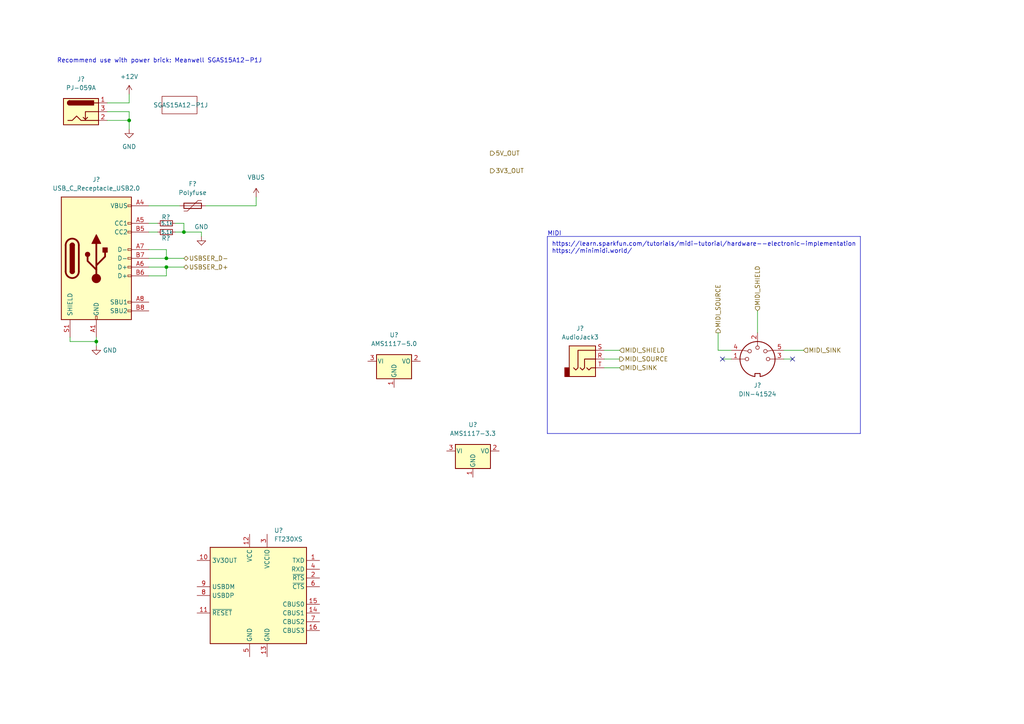
<source format=kicad_sch>
(kicad_sch (version 20211123) (generator eeschema)
  (paper "A4")
  (lib_symbols
    (symbol "Connector:AudioJack3"
      (property "Reference" "J" (at 0 8.89 0))
      (property "Value" "AudioJack3" (at 0 6.35 0))
      (symbol "AudioJack3_0_1"
        (rectangle (start -5.08 -5.08) (end -6.35 -2.54) (stroke (width 0.254)) (fill (type outline)))
        (polyline (pts (xy 0 -2.54) (xy 0.635 -3.175) (xy 1.27 -2.54) (xy 2.54 -2.54)) (stroke (width 0.254)))
        (polyline (pts (xy -1.905 -2.54) (xy -1.27 -3.175) (xy -0.635 -2.54) (xy -0.635 0) (xy 2.54 0)) (stroke (width 0.254)))
        (polyline (pts (xy 2.54 2.54) (xy -2.54 2.54) (xy -2.54 -2.54) (xy -3.175 -3.175) (xy -3.81 -2.54)) (stroke (width 0.254)))
        (rectangle (start 2.54 3.81) (end -5.08 -5.08) (stroke (width 0.254)) (fill (type background)))
      )
      (symbol "AudioJack3_1_1"
        (pin passive line (at 5.08 0 180) (length 2.54) (name "~") (number "R"))
        (pin passive line (at 5.08 2.54 180) (length 2.54) (name "~") (number "S"))
        (pin passive line (at 5.08 -2.54 180) (length 2.54) (name "~") (number "T"))
      )
    )
    (symbol "Connector:Barrel_Jack_Switch" (pin_names hide)
      (property "Reference" "J" (at 0 5.334 0))
      (property "Value" "Barrel_Jack_Switch" (at 0 -5.08 0))
      (symbol "Barrel_Jack_Switch_0_1"
        (rectangle (start -5.08 3.81) (end 5.08 -3.81) (stroke (width 0.254)) (fill (type background)))
        (arc (start -3.302 3.175) (mid -3.937 2.54) (end -3.302 1.905) (stroke (width 0.254)))
        (arc (start -3.302 3.175) (mid -3.937 2.54) (end -3.302 1.905) (stroke (width 0.254)) (fill (type outline)))
        (polyline (pts (xy 1.27 -2.286) (xy 1.905 -1.651)) (stroke (width 0.254)))
        (polyline (pts (xy 5.08 2.54) (xy 3.81 2.54)) (stroke (width 0.254)))
        (polyline (pts (xy 5.08 0) (xy 1.27 0) (xy 1.27 -2.286) (xy 0.635 -1.651)) (stroke (width 0.254)))
        (polyline (pts (xy -3.81 -2.54) (xy -2.54 -2.54) (xy -1.27 -1.27) (xy 0 -2.54) (xy 2.54 -2.54) (xy 5.08 -2.54)) (stroke (width 0.254)))
        (rectangle (start 3.683 3.175) (end -3.302 1.905) (stroke (width 0.254)) (fill (type outline)))
      )
      (symbol "Barrel_Jack_Switch_1_1"
        (pin passive line (at 7.62 2.54 180) (length 2.54) (name "~") (number "1"))
        (pin passive line (at 7.62 -2.54 180) (length 2.54) (name "~") (number "2"))
        (pin passive line (at 7.62 0 180) (length 2.54) (name "~") (number "3"))
      )
    )
    (symbol "Connector:DIN-5_180degree" (pin_names (offset 1.016))
      (property "Reference" "J" (at 3.175 5.715 0))
      (property "Value" "DIN-5_180degree" (at 0 -6.35 0))
      (symbol "DIN-5_180degree_0_1"
        (arc (start -5.08 0) (mid -3.8609 -3.3364) (end -0.762 -5.08) (stroke (width 0.254)))
        (circle (center -3.048 0) (radius 0.508))
        (circle (center -2.286 2.286) (radius 0.508))
        (polyline (pts (xy -5.08 0) (xy -3.556 0)))
        (polyline (pts (xy 0 5.08) (xy 0 3.81)))
        (polyline (pts (xy 5.08 0) (xy 3.556 0)))
        (polyline (pts (xy -5.08 2.54) (xy -4.318 2.54) (xy -2.794 2.286)))
        (polyline (pts (xy 5.08 2.54) (xy 4.318 2.54) (xy 2.794 2.286)))
        (polyline (pts (xy -0.762 -4.953) (xy -0.762 -4.191) (xy 0.762 -4.191) (xy 0.762 -4.953)) (stroke (width 0.254)))
        (circle (center 0 3.302) (radius 0.508))
        (arc (start 0.762 -5.08) (mid 3.8685 -3.343) (end 5.08 0) (stroke (width 0.254)))
        (circle (center 2.286 2.286) (radius 0.508))
        (circle (center 3.048 0) (radius 0.508))
        (arc (start 5.08 0) (mid 0 5.08) (end -5.08 0) (stroke (width 0.254)))
      )
      (symbol "DIN-5_180degree_1_1"
        (pin passive line (at -7.62 0 0) (length 2.54) (name "~") (number "1"))
        (pin passive line (at 0 7.62 270) (length 2.54) (name "~") (number "2"))
        (pin passive line (at 7.62 0 180) (length 2.54) (name "~") (number "3"))
        (pin passive line (at -7.62 2.54 0) (length 2.54) (name "~") (number "4"))
        (pin passive line (at 7.62 2.54 180) (length 2.54) (name "~") (number "5"))
      )
    )
    (symbol "Connector:USB_C_Receptacle_USB2.0" (pin_names (offset 1.016))
      (property "Reference" "J" (at -10.16 19.05 0))
      (property "Value" "USB_C_Receptacle_USB2.0" (at 19.05 19.05 0))
      (symbol "USB_C_Receptacle_USB2.0_0_0"
        (rectangle (start -0.254 -17.78) (end 0.254 -16.764))
        (rectangle (start 10.16 -14.986) (end 9.144 -15.494))
        (rectangle (start 10.16 -12.446) (end 9.144 -12.954))
        (rectangle (start 10.16 -4.826) (end 9.144 -5.334))
        (rectangle (start 10.16 -2.286) (end 9.144 -2.794))
        (rectangle (start 10.16 0.254) (end 9.144 -0.254))
        (rectangle (start 10.16 2.794) (end 9.144 2.286))
        (rectangle (start 10.16 7.874) (end 9.144 7.366))
        (rectangle (start 10.16 10.414) (end 9.144 9.906))
        (rectangle (start 10.16 15.494) (end 9.144 14.986))
      )
      (symbol "USB_C_Receptacle_USB2.0_0_1"
        (rectangle (start -10.16 17.78) (end 10.16 -17.78) (stroke (width 0.254)) (fill (type background)))
        (arc (start -8.89 -3.81) (mid -6.985 -5.715) (end -5.08 -3.81) (stroke (width 0.508)))
        (arc (start -7.62 -3.81) (mid -6.985 -4.445) (end -6.35 -3.81) (stroke (width 0.254)))
        (arc (start -7.62 -3.81) (mid -6.985 -4.445) (end -6.35 -3.81) (stroke (width 0.254)) (fill (type outline)))
        (rectangle (start -7.62 -3.81) (end -6.35 3.81) (stroke (width 0.254)) (fill (type outline)))
        (arc (start -6.35 3.81) (mid -6.985 4.445) (end -7.62 3.81) (stroke (width 0.254)))
        (arc (start -6.35 3.81) (mid -6.985 4.445) (end -7.62 3.81) (stroke (width 0.254)) (fill (type outline)))
        (arc (start -5.08 3.81) (mid -6.985 5.715) (end -8.89 3.81) (stroke (width 0.508)))
        (circle (center -2.54 1.143) (radius 0.635) (stroke (width 0.254)) (fill (type outline)))
        (circle (center 0 -5.842) (radius 1.27) (fill (type outline)))
        (polyline (pts (xy -8.89 -3.81) (xy -8.89 3.81)) (stroke (width 0.508)))
        (polyline (pts (xy -5.08 3.81) (xy -5.08 -3.81)) (stroke (width 0.508)))
        (polyline (pts (xy 0 -5.842) (xy 0 4.318)) (stroke (width 0.508)))
        (polyline (pts (xy 0 -3.302) (xy -2.54 -0.762) (xy -2.54 0.508)) (stroke (width 0.508)))
        (polyline (pts (xy 0 -2.032) (xy 2.54 0.508) (xy 2.54 1.778)) (stroke (width 0.508)))
        (polyline (pts (xy -1.27 4.318) (xy 0 6.858) (xy 1.27 4.318) (xy -1.27 4.318)) (stroke (width 0.254)) (fill (type outline)))
        (rectangle (start 1.905 1.778) (end 3.175 3.048) (stroke (width 0.254)) (fill (type outline)))
      )
      (symbol "USB_C_Receptacle_USB2.0_1_1"
        (pin passive line (at 0 -22.86 90) (length 5.08) (name "GND") (number "A1"))
        (pin passive line (at 0 -22.86 90) (length 5.08) hide (name "GND") (number "A12"))
        (pin passive line (at 15.24 15.24 180) (length 5.08) (name "VBUS") (number "A4"))
        (pin bidirectional line (at 15.24 10.16 180) (length 5.08) (name "CC1") (number "A5"))
        (pin bidirectional line (at 15.24 -2.54 180) (length 5.08) (name "D+") (number "A6"))
        (pin bidirectional line (at 15.24 2.54 180) (length 5.08) (name "D-") (number "A7"))
        (pin bidirectional line (at 15.24 -12.7 180) (length 5.08) (name "SBU1") (number "A8"))
        (pin passive line (at 15.24 15.24 180) (length 5.08) hide (name "VBUS") (number "A9"))
        (pin passive line (at 0 -22.86 90) (length 5.08) hide (name "GND") (number "B1"))
        (pin passive line (at 0 -22.86 90) (length 5.08) hide (name "GND") (number "B12"))
        (pin passive line (at 15.24 15.24 180) (length 5.08) hide (name "VBUS") (number "B4"))
        (pin bidirectional line (at 15.24 7.62 180) (length 5.08) (name "CC2") (number "B5"))
        (pin bidirectional line (at 15.24 -5.08 180) (length 5.08) (name "D+") (number "B6"))
        (pin bidirectional line (at 15.24 0 180) (length 5.08) (name "D-") (number "B7"))
        (pin bidirectional line (at 15.24 -15.24 180) (length 5.08) (name "SBU2") (number "B8"))
        (pin passive line (at 15.24 15.24 180) (length 5.08) hide (name "VBUS") (number "B9"))
        (pin passive line (at -7.62 -22.86 90) (length 5.08) (name "SHIELD") (number "S1"))
      )
    )
    (symbol "Device:Polyfuse" (pin_numbers hide) (pin_names (offset 0))
      (property "Reference" "F" (at -2.54 0 90))
      (property "Value" "Polyfuse" (at 2.54 0 90))
      (symbol "Polyfuse_0_1"
        (rectangle (start -0.762 2.54) (end 0.762 -2.54) (stroke (width 0.254)))
        (polyline (pts (xy 0 2.54) (xy 0 -2.54)))
        (polyline (pts (xy -1.524 2.54) (xy -1.524 1.524) (xy 1.524 -1.524) (xy 1.524 -2.54)))
      )
      (symbol "Polyfuse_1_1"
        (pin passive line (at 0 3.81 270) (length 1.27) (name "~") (number "1"))
        (pin passive line (at 0 -3.81 90) (length 1.27) (name "~") (number "2"))
      )
    )
    (symbol "Device:R_Small" (pin_numbers hide) (pin_names (offset 0.254) hide)
      (property "Reference" "R" (at 0.762 0.508 0))
      (property "Value" "R_Small" (at 0.762 -1.016 0))
      (symbol "R_Small_0_1"
        (rectangle (start -0.762 1.778) (end 0.762 -1.778) (stroke (width 0.2032)))
      )
      (symbol "R_Small_1_1"
        (pin passive line (at 0 2.54 270) (length 0.762) (name "~") (number "1"))
        (pin passive line (at 0 -2.54 90) (length 0.762) (name "~") (number "2"))
      )
    )
    (symbol "GND_1" (power) (pin_names (offset 0))
      (property "Value" "GND_1" (at 0 -3.81 0))
      (symbol "GND_1_0_1"
        (polyline (pts (xy 0 0) (xy 0 -1.27) (xy 1.27 -1.27) (xy 0 -2.54) (xy -1.27 -1.27) (xy 0 -1.27)))
      )
      (symbol "GND_1_1_1"
        (pin power_in line (at 0 0 270) (length 0) hide (name "GND") (number "1"))
      )
    )
    (symbol "Interface_USB:FT230XS"
      (property "Reference" "U" (at -13.97 15.24 0))
      (property "Value" "FT230XS" (at 7.62 15.24 0))
      (symbol "FT230XS_0_1"
        (rectangle (start -13.97 13.97) (end 13.97 -13.97) (stroke (width 0.254)) (fill (type background)))
      )
      (symbol "FT230XS_1_1"
        (pin output line (at 17.78 10.16 180) (length 3.81) (name "TXD") (number "1"))
        (pin power_out line (at -17.78 10.16 0) (length 3.81) (name "3V3OUT") (number "10"))
        (pin input line (at -17.78 -5.08 0) (length 3.81) (name "~{RESET}") (number "11"))
        (pin power_in line (at -2.54 17.78 270) (length 3.81) (name "VCC") (number "12"))
        (pin power_in line (at 2.54 -17.78 90) (length 3.81) (name "GND") (number "13"))
        (pin bidirectional line (at 17.78 -5.08 180) (length 3.81) (name "CBUS1") (number "14"))
        (pin bidirectional line (at 17.78 -2.54 180) (length 3.81) (name "CBUS0") (number "15"))
        (pin bidirectional line (at 17.78 -10.16 180) (length 3.81) (name "CBUS3") (number "16"))
        (pin output line (at 17.78 5.08 180) (length 3.81) (name "~{RTS}") (number "2"))
        (pin power_in line (at 2.54 17.78 270) (length 3.81) (name "VCCIO") (number "3"))
        (pin input line (at 17.78 7.62 180) (length 3.81) (name "RXD") (number "4"))
        (pin power_in line (at -2.54 -17.78 90) (length 3.81) (name "GND") (number "5"))
        (pin input line (at 17.78 2.54 180) (length 3.81) (name "~{CTS}") (number "6"))
        (pin bidirectional line (at 17.78 -7.62 180) (length 3.81) (name "CBUS2") (number "7"))
        (pin bidirectional line (at -17.78 0 0) (length 3.81) (name "USBDP") (number "8"))
        (pin bidirectional line (at -17.78 2.54 0) (length 3.81) (name "USBDM") (number "9"))
      )
    )
    (symbol "Regulator_Linear:AMS1117-3.3" (pin_names (offset 0.254))
      (property "Reference" "U" (at -3.81 3.175 0))
      (property "Value" "AMS1117-3.3" (at 0 3.175 0))
      (symbol "AMS1117-3.3_0_1"
        (rectangle (start -5.08 -5.08) (end 5.08 1.905) (stroke (width 0.254)) (fill (type background)))
      )
      (symbol "AMS1117-3.3_1_1"
        (pin power_in line (at 0 -7.62 90) (length 2.54) (name "GND") (number "1"))
        (pin power_out line (at 7.62 0 180) (length 2.54) (name "VO") (number "2"))
        (pin power_in line (at -7.62 0 0) (length 2.54) (name "VI") (number "3"))
      )
    )
    (symbol "Regulator_Linear:AMS1117-5.0" (pin_names (offset 0.254))
      (property "Reference" "U" (at -3.81 3.175 0))
      (property "Value" "AMS1117-5.0" (at 0 3.175 0))
      (symbol "AMS1117-5.0_0_1"
        (rectangle (start -5.08 -5.08) (end 5.08 1.905) (stroke (width 0.254)) (fill (type background)))
      )
      (symbol "AMS1117-5.0_1_1"
        (pin power_in line (at 0 -7.62 90) (length 2.54) (name "GND") (number "1"))
        (pin power_out line (at 7.62 0 180) (length 2.54) (name "VO") (number "2"))
        (pin power_in line (at -7.62 0 0) (length 2.54) (name "VI") (number "3"))
      )
    )
    (symbol "assorted:BOM ITEM" (pin_numbers hide) (pin_names (offset 0) hide) (on_board no)
      (property "Value" "BOM ITEM" (at 0 0 0))
      (symbol "BOM ITEM_0_1"
        (rectangle (start -5.08 2.54) (end 5.08 -2.54))
      )
    )
    (symbol "power:+12V" (power) (pin_names (offset 0))
      (property "Value" "+12V" (at 0 3.556 0))
      (symbol "+12V_0_1"
        (polyline (pts (xy -0.762 1.27) (xy 0 2.54)))
        (polyline (pts (xy 0 0) (xy 0 2.54)))
        (polyline (pts (xy 0 2.54) (xy 0.762 1.27)))
      )
      (symbol "+12V_1_1"
        (pin power_in line (at 0 0 90) (length 0) hide (name "+12V") (number "1"))
      )
    )
    (symbol "power:GND" (power) (pin_names (offset 0))
      (property "Value" "GND" (at 0 -3.81 0))
      (symbol "GND_0_1"
        (polyline (pts (xy 0 0) (xy 0 -1.27) (xy 1.27 -1.27) (xy 0 -2.54) (xy -1.27 -1.27) (xy 0 -1.27)))
      )
      (symbol "GND_1_1"
        (pin power_in line (at 0 0 270) (length 0) hide (name "GND") (number "1"))
      )
    )
    (symbol "power:VBUS" (power) (pin_names (offset 0))
      (property "Value" "VBUS" (at 0 3.81 0))
      (symbol "VBUS_0_1"
        (polyline (pts (xy -0.762 1.27) (xy 0 2.54)))
        (polyline (pts (xy 0 0) (xy 0 2.54)))
        (polyline (pts (xy 0 2.54) (xy 0.762 1.27)))
      )
      (symbol "VBUS_1_1"
        (pin power_in line (at 0 0 90) (length 0) hide (name "VBUS") (number "1"))
      )
    )
  )
  (junction (at 37.465 34.925))
  (junction (at 27.94 99.06))
  (junction (at 48.26 77.47))
  (junction (at 53.34 67.31))
  (junction (at 48.26 74.93))
  (no_connect (at 229.87 104.14))
  (no_connect (at 209.55 104.14))
  (wire (pts (xy 43.18 67.31) (xy 45.72 67.31)))
  (wire (pts (xy 53.34 67.31) (xy 58.42 67.31)))
  (wire (pts (xy 209.55 104.14) (xy 212.09 104.14)))
  (wire (pts (xy 175.26 101.6) (xy 179.705 101.6)))
  (wire (pts (xy 31.115 29.845) (xy 37.465 29.845)))
  (wire (pts (xy 43.18 77.47) (xy 48.26 77.47)))
  (wire (pts (xy 37.465 32.385) (xy 37.465 34.925)))
  (wire (pts (xy 53.34 64.77) (xy 50.8 64.77)))
  (wire (pts (xy 37.465 34.925) (xy 31.115 34.925)))
  (wire (pts (xy 48.26 72.39) (xy 48.26 74.93)))
  (wire (pts (xy 20.32 99.06) (xy 27.94 99.06)))
  (polyline (pts (xy 249.555 68.58) (xy 249.555 125.73)) (stroke (width 0) (type solid)))
  (polyline (pts (xy 249.555 125.73) (xy 158.75 125.73)) (stroke (width 0) (type solid)))
  (wire (pts (xy 208.28 101.6) (xy 208.28 96.52)))
  (polyline (pts (xy 158.75 68.58) (xy 158.75 125.73)) (stroke (width 0) (type solid)))
  (wire (pts (xy 53.34 67.31) (xy 50.8 67.31)))
  (wire (pts (xy 20.32 97.79) (xy 20.32 99.06)))
  (wire (pts (xy 27.94 97.79) (xy 27.94 99.06)))
  (wire (pts (xy 27.94 99.06) (xy 27.94 100.33)))
  (wire (pts (xy 31.115 32.385) (xy 37.465 32.385)))
  (wire (pts (xy 52.07 59.69) (xy 43.18 59.69)))
  (wire (pts (xy 227.33 104.14) (xy 229.87 104.14)))
  (wire (pts (xy 37.465 29.845) (xy 37.465 27.305)))
  (wire (pts (xy 43.18 80.01) (xy 48.26 80.01)))
  (wire (pts (xy 43.18 72.39) (xy 48.26 72.39)))
  (wire (pts (xy 58.42 67.31) (xy 58.42 68.58)))
  (wire (pts (xy 175.26 104.14) (xy 179.705 104.14)))
  (wire (pts (xy 175.26 106.68) (xy 179.705 106.68)))
  (wire (pts (xy 59.69 59.69) (xy 74.295 59.69)))
  (wire (pts (xy 219.71 96.52) (xy 219.71 90.17)))
  (wire (pts (xy 43.18 74.93) (xy 48.26 74.93)))
  (wire (pts (xy 53.34 64.77) (xy 53.34 67.31)))
  (wire (pts (xy 74.295 59.69) (xy 74.295 57.15)))
  (wire (pts (xy 37.465 37.465) (xy 37.465 34.925)))
  (wire (pts (xy 212.09 101.6) (xy 208.28 101.6)))
  (polyline (pts (xy 158.75 68.58) (xy 249.555 68.58)) (stroke (width 0) (type solid)))
  (wire (pts (xy 48.26 74.93) (xy 53.34 74.93)))
  (wire (pts (xy 227.33 101.6) (xy 233.045 101.6)))
  (wire (pts (xy 43.18 64.77) (xy 45.72 64.77)))
  (wire (pts (xy 48.26 77.47) (xy 48.26 80.01)))
  (wire (pts (xy 48.26 77.47) (xy 53.34 77.47)))
  (text "MIDI" (at 158.75 68.58 0) (effects (font (size 1.27 1.27)) (justify left bottom)))
  (text "https://learn.sparkfun.com/tutorials/midi-tutorial/hardware--electronic-implementation\nhttps://minimidi.world/" (at 160.02 73.66 0) (effects (font (size 1.27 1.27)) (justify left bottom)))
  (text "Recommend use with power brick: Meanwell SGAS15A12-P1J" (at 16.51 18.415 0) (effects (font (size 1.27 1.27)) (justify left bottom)))
  (hierarchical_label "MIDI_SHIELD" (shape input) (at 179.705 101.6 0))
  (hierarchical_label "MIDI_SOURCE" (shape output) (at 208.28 96.52 90))
  (hierarchical_label "3V3_OUT" (shape output) (at 142.24 49.53 0))
  (hierarchical_label "USBSER_D+" (shape bidirectional) (at 53.34 77.47 0))
  (hierarchical_label "USBSER_D-" (shape bidirectional) (at 53.34 74.93 0))
  (hierarchical_label "MIDI_SOURCE" (shape output) (at 179.705 104.14 0))
  (hierarchical_label "5V_OUT" (shape output) (at 142.24 44.45 0))
  (hierarchical_label "MIDI_SINK" (shape input) (at 179.705 106.68 0))
  (hierarchical_label "MIDI_SHIELD" (shape input) (at 219.71 90.17 90))
  (hierarchical_label "MIDI_SINK" (shape input) (at 233.045 101.6 0))
  (symbol (lib_id "Device:Polyfuse") (at 55.88 59.69 90) (unit 1)
    (property "Reference" "F?" (at 55.88 53.34 90))
    (property "Value" "Polyfuse" (at 55.88 55.88 90))
  )
  (symbol (lib_id "Device:R_Small") (at 48.26 64.77 270) (unit 1)
    (property "Reference" "R?" (at 48.133 62.992 90))
    (property "Value" "5.1k" (at 48.387 64.77 90) (effects (font (size 1 1))))
    (property "Footprint" "Resistor_SMD:R_0805_2012Metric_Pad1.20x1.40mm_HandSolder" (effects hide))
  )
  (symbol (lib_id "Connector:DIN-5_180degree") (at 219.71 104.14 0) (unit 1)
    (property "Reference" "J?" (at 219.7101 111.76 0))
    (property "Value" "DIN-41524" (at 219.7101 114.3 0))
  )
  (symbol (lib_id "Device:R_Small") (at 48.26 67.31 270) (unit 1)
    (property "Reference" "R?" (at 48.133 69.088 90))
    (property "Value" "5.1k" (at 48.387 67.31 90) (effects (font (size 1 1))))
    (property "Footprint" "Resistor_SMD:R_0805_2012Metric_Pad1.20x1.40mm_HandSolder" (effects hide))
  )
  (symbol (lib_id "power:VBUS") (at 74.295 57.15 0) (unit 1)
    (property "Reference" "#PWR?" (effects hide))
    (property "Value" "VBUS" (at 74.295 51.435 0))
  )
  (symbol (lib_id "Connector:Barrel_Jack_Switch") (at 23.495 32.385 0) (unit 1)
    (property "Reference" "J?" (at 23.495 22.9362 0))
    (property "Value" "PJ-059A" (at 23.495 25.4762 0))
    (property "Datasheet" "https://www.cuidevices.com/product/resource/pj-059a.pdf" (effects hide))
  )
  (symbol (lib_id "Connector:AudioJack3") (at 170.18 104.14 0) (unit 1)
    (property "Reference" "J?" (at 168.275 95.25 0))
    (property "Value" "AudioJack3" (at 168.275 97.79 0))
  )
  (symbol (lib_id "power:+12V") (at 37.465 27.305 0) (unit 1)
    (property "Reference" "#PWR?" (effects hide))
    (property "Value" "+12V" (at 37.465 22.225 0))
  )
  (symbol (lib_id "Connector:USB_C_Receptacle_USB2.0") (at 27.94 74.93 0) (unit 1)
    (property "Reference" "J?" (at 27.94 52.07 0))
    (property "Value" "USB_C_Receptacle_USB2.0" (at 27.94 54.61 0))
    (property "Footprint" "Connector_USB:USB_C_Receptacle_HRO_TYPE-C-31-M-12" (effects hide))
    (property "Datasheet" "https://www.usb.org/sites/default/files/documents/usb_type-c.zip" (effects hide))
  )
  (symbol (lib_id "Regulator_Linear:AMS1117-3.3") (at 137.16 130.81 0) (unit 1)
    (property "Reference" "U?" (at 137.16 123.19 0))
    (property "Value" "AMS1117-3.3" (at 137.16 125.73 0))
    (property "Footprint" "Package_TO_SOT_SMD:SOT-223-3_TabPin2" (effects hide))
    (property "Datasheet" "http://www.advanced-monolithic.com/pdf/ds1117.pdf" (effects hide))
  )
  (symbol (lib_id "power:GND") (at 58.42 68.58 0) (unit 1)
    (property "Reference" "#PWR?" (effects hide))
    (property "Value" "GND" (at 58.42 65.786 0))
  )
  (symbol (lib_id "Interface_USB:FT230XS") (at 74.93 172.72 0) (unit 1)
    (property "Reference" "U?" (at 79.4894 153.8478 0) (effects (justify left)))
    (property "Value" "FT230XS" (at 79.4894 156.3878 0) (effects (justify left)))
    (property "Footprint" "Package_SO:SSOP-16_3.9x4.9mm_P0.635mm" (effects hide))
    (property "Datasheet" "https://www.ftdichip.com/Support/Documents/DataSheets/ICs/DS_FT230X.pdf" (effects hide))
  )
  (symbol (lib_id "power:GND") (at 27.94 100.33 0) (unit 1)
    (property "Reference" "#PWR?" (effects hide))
    (property "Value" "GND" (at 29.845 101.5999 0) (effects (justify left)))
  )
  (symbol (lib_id "assorted:BOM ITEM") (at 52.07 30.48 0) (unit 1) (on_board no)
    (property "Reference" "X?" (effects hide))
    (property "Value" "SGAS15A12-P1J" (at 44.45 30.48 0) (effects (justify left)))
    (property "Datasheet" "https://www.meanwell.com/webapp/product/search.aspx?prod=SGAS15A" (effects hide))
  )
  (symbol (lib_name "GND_1") (lib_id "power:GND") (at 37.465 37.465 0) (unit 1)
    (property "Reference" "#PWR?" (effects hide))
    (property "Value" "GND" (at 37.465 42.545 0))
  )
  (symbol (lib_id "Regulator_Linear:AMS1117-5.0") (at 114.3 104.775 0) (unit 1)
    (property "Reference" "U?" (at 114.3 97.155 0))
    (property "Value" "AMS1117-5.0" (at 114.3 99.695 0))
    (property "Footprint" "Package_TO_SOT_SMD:SOT-223-3_TabPin2" (effects hide))
    (property "Datasheet" "http://www.advanced-monolithic.com/pdf/ds1117.pdf" (effects hide))
  )
)
</source>
